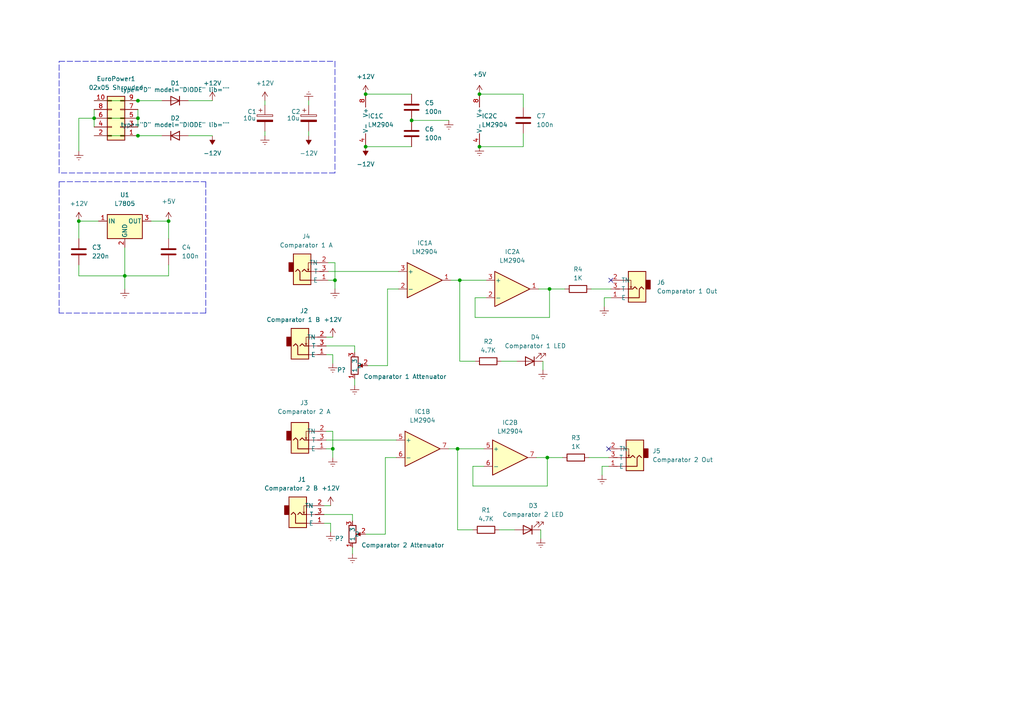
<source format=kicad_sch>
(kicad_sch (version 20211123) (generator eeschema)
  (paper "A4")
  (lib_symbols
    (symbol "Amplifier_Operational:LM2904" (pin_names (offset 0.127))
      (property "Reference" "U" (at 0 5.08 0))
      (property "Value" "LM2904" (at 0 -5.08 0))
      (symbol "LM2904_1_1"
        (polyline (pts (xy -5.08 5.08) (xy 5.08 0) (xy -5.08 -5.08) (xy -5.08 5.08)) (stroke (width 0.254)) (fill (type background)))
        (pin output line (at 7.62 0 180) (length 2.54) (name "~") (number "1"))
        (pin input line (at -7.62 -2.54 0) (length 2.54) (name "-") (number "2"))
        (pin input line (at -7.62 2.54 0) (length 2.54) (name "+") (number "3"))
      )
      (symbol "LM2904_2_1"
        (polyline (pts (xy -5.08 5.08) (xy 5.08 0) (xy -5.08 -5.08) (xy -5.08 5.08)) (stroke (width 0.254)) (fill (type background)))
        (pin input line (at -7.62 2.54 0) (length 2.54) (name "+") (number "5"))
        (pin input line (at -7.62 -2.54 0) (length 2.54) (name "-") (number "6"))
        (pin output line (at 7.62 0 180) (length 2.54) (name "~") (number "7"))
      )
      (symbol "LM2904_3_1"
        (pin power_in line (at -2.54 -7.62 90) (length 3.81) (name "V-") (number "4"))
        (pin power_in line (at -2.54 7.62 270) (length 3.81) (name "V+") (number "8"))
      )
    )
    (symbol "Connector_Generic:Conn_02x05_Odd_Even" (pin_names (offset 1.016) hide)
      (property "Reference" "J" (at 1.27 7.62 0))
      (property "Value" "Conn_02x05_Odd_Even" (at 1.27 -7.62 0))
      (symbol "Conn_02x05_Odd_Even_1_1"
        (rectangle (start -1.27 -4.953) (end 0 -5.207) (stroke (width 0.1524)))
        (rectangle (start -1.27 -2.413) (end 0 -2.667) (stroke (width 0.1524)))
        (rectangle (start -1.27 0.127) (end 0 -0.127) (stroke (width 0.1524)))
        (rectangle (start -1.27 2.667) (end 0 2.413) (stroke (width 0.1524)))
        (rectangle (start -1.27 5.207) (end 0 4.953) (stroke (width 0.1524)))
        (rectangle (start -1.27 6.35) (end 3.81 -6.35) (stroke (width 0.254)) (fill (type background)))
        (rectangle (start 3.81 -4.953) (end 2.54 -5.207) (stroke (width 0.1524)))
        (rectangle (start 3.81 -2.413) (end 2.54 -2.667) (stroke (width 0.1524)))
        (rectangle (start 3.81 0.127) (end 2.54 -0.127) (stroke (width 0.1524)))
        (rectangle (start 3.81 2.667) (end 2.54 2.413) (stroke (width 0.1524)))
        (rectangle (start 3.81 5.207) (end 2.54 4.953) (stroke (width 0.1524)))
        (pin passive line (at -5.08 5.08 0) (length 3.81) (name "Pin_1") (number "1"))
        (pin passive line (at 7.62 -5.08 180) (length 3.81) (name "Pin_10") (number "10"))
        (pin passive line (at 7.62 5.08 180) (length 3.81) (name "Pin_2") (number "2"))
        (pin passive line (at -5.08 2.54 0) (length 3.81) (name "Pin_3") (number "3"))
        (pin passive line (at 7.62 2.54 180) (length 3.81) (name "Pin_4") (number "4"))
        (pin passive line (at -5.08 0 0) (length 3.81) (name "Pin_5") (number "5"))
        (pin passive line (at 7.62 0 180) (length 3.81) (name "Pin_6") (number "6"))
        (pin passive line (at -5.08 -2.54 0) (length 3.81) (name "Pin_7") (number "7"))
        (pin passive line (at 7.62 -2.54 180) (length 3.81) (name "Pin_8") (number "8"))
        (pin passive line (at -5.08 -5.08 0) (length 3.81) (name "Pin_9") (number "9"))
      )
    )
    (symbol "Device:C" (pin_numbers hide) (pin_names (offset 0.254))
      (property "Reference" "C" (at 0.635 2.54 0))
      (property "Value" "C" (at 0.635 -2.54 0))
      (symbol "C_0_1"
        (polyline (pts (xy -2.032 -0.762) (xy 2.032 -0.762)) (stroke (width 0.508)))
        (polyline (pts (xy -2.032 0.762) (xy 2.032 0.762)) (stroke (width 0.508)))
      )
      (symbol "C_1_1"
        (pin passive line (at 0 3.81 270) (length 2.794) (name "~") (number "1"))
        (pin passive line (at 0 -3.81 90) (length 2.794) (name "~") (number "2"))
      )
    )
    (symbol "Device:C_Polarized" (pin_numbers hide) (pin_names (offset 0.254))
      (property "Reference" "C" (at 0.635 2.54 0))
      (property "Value" "C_Polarized" (at 0.635 -2.54 0))
      (symbol "C_Polarized_0_1"
        (rectangle (start -2.286 0.508) (end 2.286 1.016))
        (polyline (pts (xy -1.778 2.286) (xy -0.762 2.286)))
        (polyline (pts (xy -1.27 2.794) (xy -1.27 1.778)))
        (rectangle (start 2.286 -0.508) (end -2.286 -1.016) (fill (type outline)))
      )
      (symbol "C_Polarized_1_1"
        (pin passive line (at 0 3.81 270) (length 2.794) (name "~") (number "1"))
        (pin passive line (at 0 -3.81 90) (length 2.794) (name "~") (number "2"))
      )
    )
    (symbol "Device:LED" (pin_numbers hide) (pin_names (offset 1.016) hide)
      (property "Reference" "D" (at 0 2.54 0))
      (property "Value" "LED" (at 0 -2.54 0))
      (symbol "LED_0_1"
        (polyline (pts (xy -1.27 -1.27) (xy -1.27 1.27)) (stroke (width 0.254)))
        (polyline (pts (xy -1.27 0) (xy 1.27 0)))
        (polyline (pts (xy 1.27 -1.27) (xy 1.27 1.27) (xy -1.27 0) (xy 1.27 -1.27)) (stroke (width 0.254)))
        (polyline (pts (xy -3.048 -0.762) (xy -4.572 -2.286) (xy -3.81 -2.286) (xy -4.572 -2.286) (xy -4.572 -1.524)))
        (polyline (pts (xy -1.778 -0.762) (xy -3.302 -2.286) (xy -2.54 -2.286) (xy -3.302 -2.286) (xy -3.302 -1.524)))
      )
      (symbol "LED_1_1"
        (pin passive line (at -3.81 0 0) (length 2.54) (name "K") (number "1"))
        (pin passive line (at 3.81 0 180) (length 2.54) (name "A") (number "2"))
      )
    )
    (symbol "Device:R" (pin_numbers hide) (pin_names (offset 0))
      (property "Reference" "R" (at 2.032 0 90))
      (property "Value" "R" (at 0 0 90))
      (symbol "R_0_1"
        (rectangle (start -1.016 -2.54) (end 1.016 2.54) (stroke (width 0.254)))
      )
      (symbol "R_1_1"
        (pin passive line (at 0 3.81 270) (length 1.27) (name "~") (number "1"))
        (pin passive line (at 0 -3.81 90) (length 1.27) (name "~") (number "2"))
      )
    )
    (symbol "Eurorack:Potentiometer_9mm_Vertical_Linear"
      (property "Reference" "P" (at 0 2.54 0))
      (property "Value" "Potentiometer_9mm_Vertical_Linear" (at 0 11.43 0))
      (symbol "Potentiometer_9mm_Vertical_Linear_0_1"
        (polyline (pts (xy 2.54 0) (xy 1.524 0)))
        (polyline (pts (xy 1.143 0) (xy 2.286 0.508) (xy 2.286 -0.508) (xy 1.143 0)) (fill (type outline)))
        (rectangle (start 1.016 2.54) (end -1.016 -2.54) (stroke (width 0.254)))
      )
      (symbol "Potentiometer_9mm_Vertical_Linear_1_1"
        (pin passive line (at 0 3.81 270) (length 1.27) (name "1") (number "1"))
        (pin passive line (at 3.81 0 180) (length 1.27) (name "2") (number "2"))
        (pin passive line (at 0 -3.81 90) (length 1.27) (name "3") (number "3"))
      )
    )
    (symbol "Eurorack:Thonkiconn_Mono_Jack"
      (property "Reference" "J" (at 0 1.27 0))
      (property "Value" "Thonkiconn_Mono_Jack" (at 10.16 3.81 0))
      (symbol "Thonkiconn_Mono_Jack_0_1"
        (rectangle (start -1.27 -2.54) (end 0 -5.08) (stroke (width 0.254)) (fill (type outline)))
        (polyline (pts (xy 4.318 -4.826) (xy 4.572 -4.318)))
        (polyline (pts (xy 8.89 -7.62) (xy 5.08 -7.62)))
        (polyline (pts (xy 8.89 -5.08) (xy 5.08 -5.08)))
        (polyline (pts (xy 2.54 -5.08) (xy 3.175 -4.445) (xy 3.81 -5.08) (xy 5.08 -5.08)) (stroke (width 0.254)))
        (polyline (pts (xy 8.89 -2.54) (xy 4.318 -2.54) (xy 4.318 -4.826) (xy 4.064 -4.318)))
        (polyline (pts (xy 5.08 -7.62) (xy 1.905 -7.62) (xy 1.905 -5.08) (xy 1.27 -4.445) (xy 0.635 -5.08)) (stroke (width 0.254)))
        (rectangle (start 0 0) (end 5.08 -8.89) (stroke (width 0.254)) (fill (type background)))
      )
      (symbol "Thonkiconn_Mono_Jack_1_1"
        (pin passive line (at 10.16 -7.62 180) (length 2.54) (name "E") (number "1"))
        (pin passive line (at 10.16 -2.54 180) (length 2.54) (name "TN") (number "2"))
        (pin passive line (at 10.16 -5.08 180) (length 2.54) (name "T") (number "3"))
      )
    )
    (symbol "Regulator_Linear:L7805" (pin_names (offset 0.254))
      (property "Reference" "U" (at -3.81 3.175 0))
      (property "Value" "L7805" (at 0 3.175 0))
      (symbol "L7805_0_1"
        (rectangle (start -5.08 1.905) (end 5.08 -5.08) (stroke (width 0.254)) (fill (type background)))
      )
      (symbol "L7805_1_1"
        (pin power_in line (at -7.62 0 0) (length 2.54) (name "IN") (number "1"))
        (pin power_in line (at 0 -7.62 90) (length 2.54) (name "GND") (number "2"))
        (pin power_out line (at 7.62 0 180) (length 2.54) (name "OUT") (number "3"))
      )
    )
    (symbol "Simulation_SPICE:DIODE" (pin_numbers hide) (pin_names (offset 1.016) hide)
      (property "Reference" "D" (at 0 2.54 0))
      (property "Value" "DIODE" (at 0 -2.54 0))
      (symbol "DIODE_0_1"
        (polyline (pts (xy 1.27 0) (xy -1.27 0)))
        (polyline (pts (xy 1.27 1.27) (xy 1.27 -1.27)) (stroke (width 0.254)))
        (polyline (pts (xy -1.27 -1.27) (xy -1.27 1.27) (xy 1.27 0) (xy -1.27 -1.27)) (stroke (width 0.254)))
      )
      (symbol "DIODE_1_1"
        (pin passive line (at -3.81 0 0) (length 2.54) (name "A") (number "1"))
        (pin passive line (at 3.81 0 180) (length 2.54) (name "K") (number "2"))
      )
    )
    (symbol "power:+12V" (power) (pin_names (offset 0))
      (property "Value" "+12V" (at 0 3.556 0))
      (symbol "+12V_0_1"
        (polyline (pts (xy -0.762 1.27) (xy 0 2.54)))
        (polyline (pts (xy 0 0) (xy 0 2.54)))
        (polyline (pts (xy 0 2.54) (xy 0.762 1.27)))
      )
      (symbol "+12V_1_1"
        (pin power_in line (at 0 0 90) (length 0) hide (name "+12V") (number "1"))
      )
    )
    (symbol "power:+5V" (power) (pin_names (offset 0))
      (property "Value" "+5V" (at 0 3.556 0))
      (symbol "+5V_0_1"
        (polyline (pts (xy -0.762 1.27) (xy 0 2.54)))
        (polyline (pts (xy 0 0) (xy 0 2.54)))
        (polyline (pts (xy 0 2.54) (xy 0.762 1.27)))
      )
      (symbol "+5V_1_1"
        (pin power_in line (at 0 0 90) (length 0) hide (name "+5V") (number "1"))
      )
    )
    (symbol "power:-12V" (power) (pin_names (offset 0))
      (property "Value" "-12V" (at 0 3.81 0))
      (symbol "-12V_0_0"
        (pin power_in line (at 0 0 90) (length 0) hide (name "-12V") (number "1"))
      )
      (symbol "-12V_0_1"
        (polyline (pts (xy 0 0) (xy 0 1.27) (xy 0.762 1.27) (xy 0 2.54) (xy -0.762 1.27) (xy 0 1.27)) (fill (type outline)))
      )
    )
    (symbol "power:Earth" (power) (pin_names (offset 0))
      (symbol "Earth_0_1"
        (polyline (pts (xy -0.635 -1.905) (xy 0.635 -1.905)))
        (polyline (pts (xy -0.127 -2.54) (xy 0.127 -2.54)))
        (polyline (pts (xy 0 -1.27) (xy 0 0)))
        (polyline (pts (xy 1.27 -1.27) (xy -1.27 -1.27)))
      )
      (symbol "Earth_1_1"
        (pin power_in line (at 0 0 270) (length 0) hide (name "Earth") (number "1"))
      )
    )
  )
  (junction (at 40.005 39.37))
  (junction (at 132.715 130.175))
  (junction (at 40.005 29.21))
  (junction (at 22.86 64.135))
  (junction (at 27.305 34.29))
  (junction (at 139.065 42.545))
  (junction (at 106.045 42.545))
  (junction (at 97.155 81.28))
  (junction (at 106.045 27.305))
  (junction (at 159.385 83.82))
  (junction (at 40.005 34.29))
  (junction (at 133.35 81.28))
  (junction (at 158.75 132.715))
  (junction (at 119.38 34.925))
  (junction (at 36.195 80.01))
  (junction (at 96.52 130.175))
  (junction (at 48.895 64.135))
  (junction (at 139.065 27.305))
  (no_connect (at 177.165 81.28))
  (no_connect (at 176.53 130.175))
  (wire (pts (xy 96.52 105.41) (xy 96.52 102.87)))
  (wire (pts (xy 174.625 135.255) (xy 176.53 135.255)))
  (wire (pts (xy 96.52 102.87) (xy 94.615 102.87)))
  (wire (pts (xy 94.615 97.79) (xy 96.52 97.79)))
  (wire (pts (xy 27.305 34.29) (xy 27.305 36.83)))
  (wire (pts (xy 137.16 153.67) (xy 132.715 153.67)))
  (wire (pts (xy 76.835 29.21) (xy 76.835 30.48)))
  (wire (pts (xy 95.885 154.305) (xy 95.885 151.765)))
  (wire (pts (xy 94.615 125.095) (xy 96.52 125.095)))
  (wire (pts (xy 22.86 64.135) (xy 28.575 64.135)))
  (polyline (pts (xy 17.145 52.705) (xy 17.145 90.805)))
  (wire (pts (xy 102.87 100.33) (xy 94.615 100.33)))
  (wire (pts (xy 137.16 135.255) (xy 137.16 140.97)))
  (wire (pts (xy 36.195 80.01) (xy 36.195 83.82)))
  (wire (pts (xy 27.305 34.29) (xy 40.005 34.29)))
  (wire (pts (xy 89.535 39.37) (xy 89.535 38.1)))
  (wire (pts (xy 40.005 34.29) (xy 40.005 36.83)))
  (wire (pts (xy 175.26 88.9) (xy 175.26 86.36)))
  (wire (pts (xy 112.395 106.045) (xy 112.395 83.82)))
  (wire (pts (xy 102.87 109.855) (xy 102.87 111.76)))
  (wire (pts (xy 159.385 83.82) (xy 156.21 83.82)))
  (wire (pts (xy 158.75 140.97) (xy 158.75 132.715)))
  (wire (pts (xy 93.98 146.685) (xy 95.885 146.685)))
  (wire (pts (xy 137.795 92.075) (xy 159.385 92.075)))
  (wire (pts (xy 40.005 39.37) (xy 46.99 39.37)))
  (wire (pts (xy 27.305 29.21) (xy 40.005 29.21)))
  (wire (pts (xy 137.795 86.36) (xy 137.795 92.075)))
  (wire (pts (xy 158.75 132.715) (xy 155.575 132.715)))
  (wire (pts (xy 137.795 104.775) (xy 133.35 104.775)))
  (wire (pts (xy 158.75 132.715) (xy 163.195 132.715)))
  (wire (pts (xy 94.615 127.635) (xy 114.935 127.635)))
  (wire (pts (xy 95.25 76.2) (xy 97.155 76.2)))
  (wire (pts (xy 140.97 86.36) (xy 137.795 86.36)))
  (wire (pts (xy 22.86 69.215) (xy 22.86 64.135)))
  (wire (pts (xy 133.35 81.28) (xy 140.97 81.28)))
  (wire (pts (xy 48.895 76.835) (xy 48.895 80.01)))
  (wire (pts (xy 22.86 34.29) (xy 27.305 34.29)))
  (wire (pts (xy 174.625 137.795) (xy 174.625 135.255)))
  (polyline (pts (xy 97.155 17.78) (xy 97.155 50.165)))
  (wire (pts (xy 140.335 135.255) (xy 137.16 135.255)))
  (wire (pts (xy 132.715 130.175) (xy 140.335 130.175)))
  (wire (pts (xy 106.045 154.94) (xy 111.76 154.94)))
  (wire (pts (xy 139.065 27.305) (xy 151.765 27.305)))
  (wire (pts (xy 102.87 102.235) (xy 102.87 100.33)))
  (wire (pts (xy 156.845 156.21) (xy 156.845 153.67)))
  (wire (pts (xy 22.86 80.01) (xy 22.86 76.835)))
  (wire (pts (xy 97.155 83.82) (xy 97.155 81.28)))
  (wire (pts (xy 102.235 149.225) (xy 93.98 149.225)))
  (wire (pts (xy 112.395 83.82) (xy 115.57 83.82)))
  (wire (pts (xy 151.765 42.545) (xy 151.765 38.735)))
  (wire (pts (xy 139.065 42.545) (xy 151.765 42.545)))
  (wire (pts (xy 54.61 39.37) (xy 61.595 39.37)))
  (wire (pts (xy 111.76 154.94) (xy 111.76 132.715)))
  (polyline (pts (xy 59.69 52.705) (xy 59.69 90.805)))
  (wire (pts (xy 144.78 153.67) (xy 149.225 153.67)))
  (wire (pts (xy 111.76 132.715) (xy 114.935 132.715)))
  (wire (pts (xy 137.16 140.97) (xy 158.75 140.97)))
  (wire (pts (xy 132.715 153.67) (xy 132.715 130.175)))
  (wire (pts (xy 95.25 78.74) (xy 115.57 78.74)))
  (wire (pts (xy 97.155 81.28) (xy 95.25 81.28)))
  (wire (pts (xy 76.835 38.1) (xy 76.835 39.37)))
  (wire (pts (xy 106.045 27.305) (xy 119.38 27.305)))
  (polyline (pts (xy 97.155 50.165) (xy 17.145 50.165)))
  (wire (pts (xy 96.52 132.715) (xy 96.52 130.175)))
  (wire (pts (xy 170.815 132.715) (xy 176.53 132.715)))
  (wire (pts (xy 102.235 158.75) (xy 102.235 160.655)))
  (wire (pts (xy 97.155 76.2) (xy 97.155 81.28)))
  (wire (pts (xy 159.385 92.075) (xy 159.385 83.82)))
  (wire (pts (xy 175.26 86.36) (xy 177.165 86.36)))
  (wire (pts (xy 159.385 83.82) (xy 163.83 83.82)))
  (wire (pts (xy 27.305 39.37) (xy 40.005 39.37)))
  (wire (pts (xy 106.045 42.545) (xy 119.38 42.545)))
  (polyline (pts (xy 17.145 17.78) (xy 97.155 17.78)))
  (wire (pts (xy 40.005 31.75) (xy 40.005 34.29)))
  (wire (pts (xy 102.235 151.13) (xy 102.235 149.225)))
  (wire (pts (xy 133.35 104.775) (xy 133.35 81.28)))
  (wire (pts (xy 96.52 130.175) (xy 94.615 130.175)))
  (wire (pts (xy 130.81 81.28) (xy 133.35 81.28)))
  (wire (pts (xy 48.895 64.135) (xy 43.815 64.135)))
  (wire (pts (xy 48.895 69.215) (xy 48.895 64.135)))
  (wire (pts (xy 54.61 29.21) (xy 61.595 29.21)))
  (wire (pts (xy 119.38 34.925) (xy 130.175 34.925)))
  (wire (pts (xy 157.48 107.315) (xy 157.48 104.775)))
  (wire (pts (xy 36.195 71.755) (xy 36.195 80.01)))
  (wire (pts (xy 36.195 80.01) (xy 22.86 80.01)))
  (wire (pts (xy 22.86 34.29) (xy 22.86 43.815)))
  (wire (pts (xy 27.305 31.75) (xy 27.305 34.29)))
  (polyline (pts (xy 17.145 52.705) (xy 59.69 52.705)))
  (wire (pts (xy 151.765 27.305) (xy 151.765 31.115)))
  (wire (pts (xy 96.52 125.095) (xy 96.52 130.175)))
  (wire (pts (xy 145.415 104.775) (xy 149.86 104.775)))
  (polyline (pts (xy 17.145 50.165) (xy 17.145 17.78)))
  (wire (pts (xy 89.535 30.48) (xy 89.535 29.21)))
  (wire (pts (xy 130.175 130.175) (xy 132.715 130.175)))
  (polyline (pts (xy 59.69 90.805) (xy 17.145 90.805)))
  (wire (pts (xy 95.885 151.765) (xy 93.98 151.765)))
  (wire (pts (xy 106.68 106.045) (xy 112.395 106.045)))
  (wire (pts (xy 40.005 29.21) (xy 46.99 29.21)))
  (wire (pts (xy 171.45 83.82) (xy 177.165 83.82)))
  (wire (pts (xy 48.895 80.01) (xy 36.195 80.01)))
  (symbol (lib_id "Device:R") (at 141.605 104.775 90) (unit 1)
    (property "Reference" "R2" (at 141.605 99.06 90))
    (property "Value" "4.7K" (at 141.605 101.6 90))
  )
  (symbol (lib_id "Device:R") (at 140.97 153.67 90) (unit 1)
    (property "Reference" "R1" (at 140.97 147.955 90))
    (property "Value" "4.7K" (at 140.97 150.495 90))
  )
  (symbol (lib_id "Device:LED") (at 153.035 153.67 180) (unit 1)
    (property "Reference" "D3" (at 154.6225 146.685 0))
    (property "Value" "Comparator 2 LED" (at 154.6225 149.225 0))
  )
  (symbol (lib_id "Connector_Generic:Conn_02x05_Odd_Even") (at 34.925 34.29 180) (unit 1)
    (property "Reference" "EuroPower1" (at 33.655 22.86 0))
    (property "Value" "02x05 Shrouded" (at 33.655 25.4 0))
    (property "Footprint" "Eurorack:Eurorack Power Header" (effects hide))
  )
  (symbol (lib_id "Device:C") (at 119.38 38.735 0) (unit 1)
    (property "Reference" "C6" (at 123.19 37.4649 0) (effects (justify left)))
    (property "Value" "100n" (at 123.19 40.0049 0) (effects (justify left)))
  )
  (symbol (lib_id "power:Earth") (at 174.625 137.795 0) (mirror y) (unit 1)
    (property "Reference" "#PWR0112" (effects hide))
    (property "Value" "Earth" (effects hide))
  )
  (symbol (lib_id "power:Earth") (at 102.235 160.655 0) (unit 1)
    (property "Reference" "#PWR?" (effects hide))
    (property "Value" "Earth" (effects hide))
  )
  (symbol (lib_id "power:Earth") (at 175.26 88.9 0) (mirror y) (unit 1)
    (property "Reference" "#PWR0111" (effects hide))
    (property "Value" "Earth" (effects hide))
  )
  (symbol (lib_id "Device:C") (at 119.38 31.115 0) (unit 1)
    (property "Reference" "C5" (at 123.19 29.8449 0) (effects (justify left)))
    (property "Value" "100n" (at 123.19 32.3849 0) (effects (justify left)))
  )
  (symbol (lib_id "power:+5V") (at 139.065 27.305 0) (unit 1)
    (property "Reference" "#PWR0118" (effects hide))
    (property "Value" "+5V" (at 139.065 21.59 0))
  )
  (symbol (lib_id "power:+12V") (at 95.885 146.685 0) (unit 1)
    (property "Reference" "#PWR?" (effects hide))
    (property "Value" "+12V" (at 95.885 141.605 0))
  )
  (symbol (lib_id "Eurorack:Thonkiconn_Mono_Jack") (at 83.82 144.145 0) (unit 1)
    (property "Reference" "J1" (at 87.5665 139.065 0))
    (property "Value" "Comparator 2 B" (at 84.455 141.605 0))
  )
  (symbol (lib_id "power:Earth") (at 95.885 154.305 0) (unit 1)
    (property "Reference" "#PWR0121" (effects hide))
    (property "Value" "Earth" (effects hide))
  )
  (symbol (lib_id "Amplifier_Operational:LM2904") (at 147.955 132.715 0) (unit 2)
    (property "Reference" "IC2" (at 147.955 122.555 0))
    (property "Value" "LM2904" (at 147.955 125.095 0))
    (property "Datasheet" "http://www.ti.com/lit/ds/symlink/lm358.pdf" (effects hide))
  )
  (symbol (lib_id "power:Earth") (at 96.52 105.41 0) (unit 1)
    (property "Reference" "#PWR0123" (effects hide))
    (property "Value" "Earth" (effects hide))
  )
  (symbol (lib_id "Device:R") (at 167.005 132.715 90) (unit 1)
    (property "Reference" "R3" (at 167.005 127 90))
    (property "Value" "1K" (at 167.005 129.54 90))
  )
  (symbol (lib_id "Eurorack:Thonkiconn_Mono_Jack") (at 84.455 122.555 0) (unit 1)
    (property "Reference" "J3" (at 88.2015 116.84 0))
    (property "Value" "Comparator 2 A" (at 88.2015 119.38 0))
  )
  (symbol (lib_id "Amplifier_Operational:LM2904") (at 148.59 83.82 0) (unit 1)
    (property "Reference" "IC2" (at 148.59 73.025 0))
    (property "Value" "LM2904" (at 148.59 75.565 0))
    (property "Datasheet" "http://www.ti.com/lit/ds/symlink/lm358.pdf" (effects hide))
  )
  (symbol (lib_id "power:+5V") (at 48.895 64.135 0) (unit 1)
    (property "Reference" "#PWR0110" (effects hide))
    (property "Value" "+5V" (at 48.895 58.42 0))
  )
  (symbol (lib_id "power:Earth") (at 89.535 29.21 180) (unit 1)
    (property "Reference" "#PWR0102" (effects hide))
    (property "Value" "Earth" (effects hide))
  )
  (symbol (lib_id "Simulation_SPICE:DIODE") (at 50.8 39.37 180) (unit 1)
    (property "Reference" "D2" (at 50.8 34.29 0))
    (property "Value" "DIODE" (at 50.8 36.195 0))
    (property "Footprint" "Diode_THT:D_DO-41_SOD81_P7.62mm_Horizontal" (effects hide))
    (property "Spice_Netlist_Enabled" "Y" (effects hide))
    (property "Spice_Primitive" "D" (effects hide))
  )
  (symbol (lib_id "Device:C_Polarized") (at 89.535 34.29 0) (unit 1)
    (property "Reference" "C2" (at 84.455 32.385 0) (effects (justify left)))
    (property "Value" "10u" (at 83.185 34.29 0) (effects (justify left)))
    (property "Footprint" "Capacitor_THT:CP_Radial_D5.0mm_P2.50mm" (effects hide))
  )
  (symbol (lib_id "power:+12V") (at 61.595 29.21 0) (unit 1)
    (property "Reference" "#PWR0104" (effects hide))
    (property "Value" "+12V" (at 61.595 24.13 0))
  )
  (symbol (lib_id "Eurorack:Thonkiconn_Mono_Jack") (at 84.455 95.25 0) (unit 1)
    (property "Reference" "J2" (at 88.2015 90.17 0))
    (property "Value" "Comparator 1 B" (at 85.09 92.71 0))
  )
  (symbol (lib_id "Amplifier_Operational:LM2904") (at 141.605 34.925 0) (unit 3)
    (property "Reference" "IC2" (at 139.7 33.6549 0) (effects (justify left)))
    (property "Value" "LM2904" (at 139.7 36.1949 0) (effects (justify left)))
    (property "Datasheet" "http://www.ti.com/lit/ds/symlink/lm358.pdf" (effects hide))
  )
  (symbol (lib_id "Eurorack:Potentiometer_9mm_Vertical_Linear") (at 102.235 154.94 0) (mirror x) (unit 1)
    (property "Reference" "P?" (at 99.695 156.2101 0) (effects (justify right)))
    (property "Value" "Comparator 2 Attenuator" (at 128.905 158.115 0) (effects (justify right)))
  )
  (symbol (lib_id "Device:C_Polarized") (at 76.835 34.29 0) (unit 1)
    (property "Reference" "C1" (at 71.755 32.385 0) (effects (justify left)))
    (property "Value" "10u" (at 70.485 34.29 0) (effects (justify left)))
    (property "Footprint" "Capacitor_THT:CP_Radial_D5.0mm_P2.50mm" (effects hide))
  )
  (symbol (lib_id "Device:C") (at 48.895 73.025 0) (unit 1)
    (property "Reference" "C4" (at 52.705 71.7549 0) (effects (justify left)))
    (property "Value" "100n" (at 52.705 74.2949 0) (effects (justify left)))
  )
  (symbol (lib_id "power:Earth") (at 139.065 42.545 0) (unit 1)
    (property "Reference" "#PWR0117" (effects hide))
    (property "Value" "Earth" (effects hide))
  )
  (symbol (lib_id "power:-12V") (at 61.595 39.37 180) (unit 1)
    (property "Reference" "#PWR0105" (effects hide))
    (property "Value" "-12V" (at 61.595 44.45 0))
  )
  (symbol (lib_id "power:Earth") (at 36.195 83.82 0) (unit 1)
    (property "Reference" "#PWR0108" (effects hide))
    (property "Value" "Earth" (effects hide))
  )
  (symbol (lib_id "Device:C") (at 22.86 73.025 0) (unit 1)
    (property "Reference" "C3" (at 26.67 71.7549 0) (effects (justify left)))
    (property "Value" "220n" (at 26.67 74.2949 0) (effects (justify left)))
  )
  (symbol (lib_id "power:Earth") (at 102.87 111.76 0) (unit 1)
    (property "Reference" "#PWR?" (effects hide))
    (property "Value" "Earth" (effects hide))
  )
  (symbol (lib_id "power:Earth") (at 22.86 43.815 0) (unit 1)
    (property "Reference" "#PWR0106" (effects hide))
    (property "Value" "Earth" (effects hide))
  )
  (symbol (lib_id "power:+12V") (at 22.86 64.135 0) (unit 1)
    (property "Reference" "#PWR0109" (effects hide))
    (property "Value" "+12V" (at 22.86 59.055 0))
  )
  (symbol (lib_id "power:Earth") (at 96.52 132.715 0) (unit 1)
    (property "Reference" "#PWR0120" (effects hide))
    (property "Value" "Earth" (effects hide))
  )
  (symbol (lib_id "Amplifier_Operational:LM2904") (at 108.585 34.925 0) (unit 3)
    (property "Reference" "IC1" (at 106.68 33.6549 0) (effects (justify left)))
    (property "Value" "LM2904" (at 106.68 36.1949 0) (effects (justify left)))
    (property "Datasheet" "http://www.ti.com/lit/ds/symlink/lm358.pdf" (effects hide))
  )
  (symbol (lib_id "power:+12V") (at 76.835 29.21 0) (unit 1)
    (property "Reference" "#PWR0101" (effects hide))
    (property "Value" "+12V" (at 76.835 24.13 0))
  )
  (symbol (lib_id "Amplifier_Operational:LM2904") (at 123.19 81.28 0) (unit 1)
    (property "Reference" "IC1" (at 123.19 70.485 0))
    (property "Value" "LM2904" (at 123.19 73.025 0))
    (property "Datasheet" "http://www.ti.com/lit/ds/symlink/lm358.pdf" (effects hide))
  )
  (symbol (lib_id "power:+12V") (at 106.045 27.305 0) (unit 1)
    (property "Reference" "#PWR0115" (effects hide))
    (property "Value" "+12V" (at 106.045 22.225 0))
  )
  (symbol (lib_id "power:Earth") (at 156.845 156.21 0) (mirror y) (unit 1)
    (property "Reference" "#PWR0113" (effects hide))
    (property "Value" "Earth" (effects hide))
  )
  (symbol (lib_id "Eurorack:Thonkiconn_Mono_Jack") (at 186.69 127.635 0) (mirror y) (unit 1)
    (property "Reference" "J5" (at 189.23 130.8099 0) (effects (justify right)))
    (property "Value" "Comparator 2 Out" (at 189.23 133.3499 0) (effects (justify right)))
  )
  (symbol (lib_id "Device:LED") (at 153.67 104.775 180) (unit 1)
    (property "Reference" "D4" (at 155.2575 97.79 0))
    (property "Value" "Comparator 1 LED" (at 155.2575 100.33 0))
  )
  (symbol (lib_id "Simulation_SPICE:DIODE") (at 50.8 29.21 0) (unit 1)
    (property "Reference" "D1" (at 50.8 24.13 0))
    (property "Value" "DIODE" (at 50.8 26.035 0))
    (property "Footprint" "Diode_THT:D_DO-41_SOD81_P7.62mm_Horizontal" (effects hide))
    (property "Spice_Netlist_Enabled" "Y" (effects hide))
    (property "Spice_Primitive" "D" (effects hide))
  )
  (symbol (lib_id "Eurorack:Potentiometer_9mm_Vertical_Linear") (at 102.87 106.045 0) (mirror x) (unit 1)
    (property "Reference" "P?" (at 100.33 107.3151 0) (effects (justify right)))
    (property "Value" "Comparator 1 Attenuator" (at 129.54 109.22 0) (effects (justify right)))
  )
  (symbol (lib_id "Amplifier_Operational:LM2904") (at 122.555 130.175 0) (unit 2)
    (property "Reference" "IC1" (at 122.555 119.38 0))
    (property "Value" "LM2904" (at 122.555 121.92 0))
    (property "Datasheet" "http://www.ti.com/lit/ds/symlink/lm358.pdf" (effects hide))
  )
  (symbol (lib_id "power:+12V") (at 96.52 97.79 0) (unit 1)
    (property "Reference" "#PWR?" (effects hide))
    (property "Value" "+12V" (at 96.52 92.71 0))
  )
  (symbol (lib_id "power:Earth") (at 76.835 39.37 0) (unit 1)
    (property "Reference" "#PWR0103" (effects hide))
    (property "Value" "Earth" (effects hide))
  )
  (symbol (lib_id "Device:R") (at 167.64 83.82 90) (unit 1)
    (property "Reference" "R4" (at 167.64 78.105 90))
    (property "Value" "1K" (at 167.64 80.645 90))
  )
  (symbol (lib_id "power:-12V") (at 89.535 39.37 180) (unit 1)
    (property "Reference" "#PWR0107" (effects hide))
    (property "Value" "-12V" (at 89.535 44.45 0))
  )
  (symbol (lib_id "Eurorack:Thonkiconn_Mono_Jack") (at 85.09 73.66 0) (unit 1)
    (property "Reference" "J4" (at 88.8365 68.58 0))
    (property "Value" "Comparator 1 A" (at 88.8365 71.12 0))
  )
  (symbol (lib_id "Eurorack:Thonkiconn_Mono_Jack") (at 187.325 78.74 0) (mirror y) (unit 1)
    (property "Reference" "J6" (at 190.5 81.9149 0) (effects (justify right)))
    (property "Value" "Comparator 1 Out" (at 190.5 84.4549 0) (effects (justify right)))
  )
  (symbol (lib_id "power:Earth") (at 157.48 107.315 0) (mirror y) (unit 1)
    (property "Reference" "#PWR0114" (effects hide))
    (property "Value" "Earth" (effects hide))
  )
  (symbol (lib_id "power:-12V") (at 106.045 42.545 180) (unit 1)
    (property "Reference" "#PWR0116" (effects hide))
    (property "Value" "-12V" (at 106.045 47.625 0))
  )
  (symbol (lib_id "power:Earth") (at 97.155 83.82 0) (unit 1)
    (property "Reference" "#PWR0125" (effects hide))
    (property "Value" "Earth" (effects hide))
  )
  (symbol (lib_id "power:Earth") (at 130.175 34.925 0) (unit 1)
    (property "Reference" "#PWR0119" (effects hide))
    (property "Value" "Earth" (effects hide))
  )
  (symbol (lib_id "Regulator_Linear:L7805") (at 36.195 64.135 0) (unit 1)
    (property "Reference" "U1" (at 36.195 56.515 0))
    (property "Value" "L7805" (at 36.195 59.055 0))
    (property "Datasheet" "http://www.st.com/content/ccc/resource/technical/document/datasheet/41/4f/b3/b0/12/d4/47/88/CD00000444.pdf/files/CD00000444.pdf/jcr:content/translations/en.CD00000444.pdf" (effects hide))
  )
  (symbol (lib_id "Device:C") (at 151.765 34.925 0) (unit 1)
    (property "Reference" "C7" (at 155.575 33.6549 0) (effects (justify left)))
    (property "Value" "100n" (at 155.575 36.1949 0) (effects (justify left)))
  )
)
</source>
